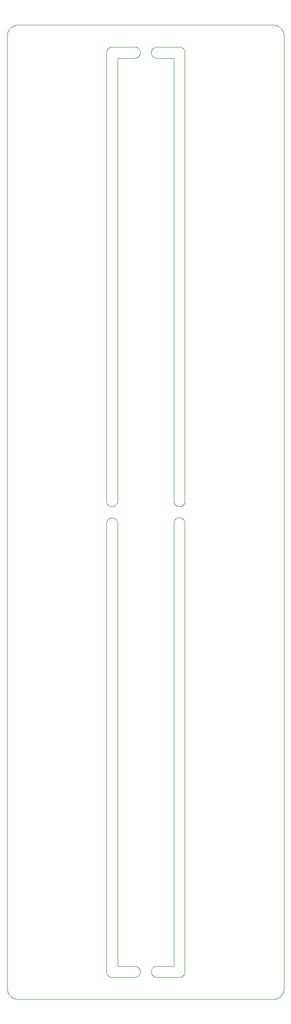
<source format=gm1>
G04 #@! TF.GenerationSoftware,KiCad,Pcbnew,(6.0.6)*
G04 #@! TF.CreationDate,2023-03-02T22:16:17-07:00*
G04 #@! TF.ProjectId,RP2040-Breadstick,52503230-3430-42d4-9272-656164737469,0.1*
G04 #@! TF.SameCoordinates,Original*
G04 #@! TF.FileFunction,Profile,NP*
%FSLAX46Y46*%
G04 Gerber Fmt 4.6, Leading zero omitted, Abs format (unit mm)*
G04 Created by KiCad (PCBNEW (6.0.6)) date 2023-03-02 22:16:17*
%MOMM*%
%LPD*%
G01*
G04 APERTURE LIST*
G04 #@! TA.AperFunction,Profile*
%ADD10C,0.100000*%
G04 #@! TD*
G04 APERTURE END LIST*
D10*
X64100000Y-193817727D02*
X64100003Y-193817972D01*
X87576681Y-24116900D02*
X87618960Y-24140851D01*
X114061320Y-194219880D02*
X114063332Y-194208283D01*
X83453278Y-109010053D02*
X83496681Y-109031900D01*
X113053319Y-195587533D02*
X113200614Y-195499248D01*
X87109877Y-189830000D02*
X87158576Y-189831195D01*
X95779740Y-109109826D02*
X95818047Y-109139721D01*
X96169281Y-190985262D02*
X96160974Y-191033138D01*
X90461952Y-24224721D02*
X90500259Y-24194826D01*
X95955278Y-24361952D02*
X95985173Y-24400259D01*
X96122125Y-106258519D02*
X96104637Y-106303855D01*
X83363519Y-108972874D02*
X83408855Y-108990362D01*
X94179870Y-26008830D02*
X94179798Y-26008344D01*
X95335262Y-106904281D02*
X95287036Y-106910229D01*
X90356460Y-190155158D02*
X90389966Y-190119966D01*
X82115053Y-191263278D02*
X82095362Y-191218855D01*
X113645941Y-195098403D02*
X113653182Y-195089124D01*
X84032027Y-189829996D02*
X84032272Y-189830000D01*
X90100000Y-190839877D02*
X90100000Y-190820122D01*
X82961423Y-106913804D02*
X82912963Y-106910229D01*
X64336541Y-21057133D02*
X64336310Y-21057566D01*
X94436460Y-109240158D02*
X94469966Y-109204966D01*
X114100000Y-193817727D02*
X114100000Y-22012272D01*
X113200822Y-20330880D02*
X113200614Y-20330751D01*
X95170122Y-108915000D02*
X95189877Y-108915000D01*
X87443519Y-189887874D02*
X87488855Y-189905362D01*
X65519753Y-195743660D02*
X65531097Y-195746800D01*
X87397380Y-24042631D02*
X87443519Y-24057874D01*
X95287036Y-191825229D02*
X95238576Y-191828804D01*
X94222631Y-106212380D02*
X94209671Y-106165549D01*
X112865477Y-195677384D02*
X112876237Y-195672614D01*
X113220997Y-195485628D02*
X113358929Y-195383331D01*
X113653182Y-20740875D02*
X113645941Y-20731596D01*
X82769450Y-108944671D02*
X82816861Y-108934025D01*
X113200614Y-20330751D02*
X113053319Y-20242466D01*
X90266847Y-24439987D02*
X90294826Y-24400259D01*
X90539987Y-25833152D02*
X90500259Y-25805173D01*
X90756480Y-191772125D02*
X90711144Y-191754637D01*
X94172612Y-26000416D02*
X94172136Y-26000297D01*
X94619987Y-109081847D02*
X94661039Y-109055851D01*
X94181195Y-109856423D02*
X94184770Y-109807963D01*
X114013660Y-21419753D02*
X114013518Y-21419284D01*
X64562220Y-20722120D02*
X64562058Y-20722303D01*
X64141354Y-21598153D02*
X64138775Y-21609638D01*
X83078576Y-106913804D02*
X83029877Y-106915000D01*
X94180000Y-109905122D02*
X94181195Y-109856423D01*
X90110718Y-190674737D02*
X90119025Y-190626861D01*
X112502085Y-20041411D02*
X112501846Y-20041354D01*
X66112027Y-20000003D02*
X66087987Y-20000593D01*
X82864737Y-24010718D02*
X82912963Y-24004770D01*
X96150328Y-106165549D02*
X96137368Y-106212380D01*
X112853811Y-195681893D02*
X112854041Y-195681808D01*
X65531097Y-20083199D02*
X65519753Y-20086339D01*
X83990328Y-106165549D02*
X83977368Y-106212380D01*
X64111431Y-194038173D02*
X64136628Y-194208041D01*
X83175262Y-108925718D02*
X83223138Y-108934025D01*
X82722619Y-106872368D02*
X82676480Y-106857125D01*
X82722619Y-191787368D02*
X82676480Y-191772125D01*
X82062631Y-24702619D02*
X82077874Y-24656480D01*
X113942614Y-194606237D02*
X113947384Y-194595477D01*
X113863689Y-194772433D02*
X113868982Y-194761919D01*
X94199025Y-109711861D02*
X94209671Y-109664450D01*
X90666721Y-189925053D02*
X90711144Y-189905362D01*
X95523519Y-106857125D02*
X95477380Y-106872368D01*
X84023522Y-26002482D02*
X84023159Y-26002811D01*
X87699740Y-25805173D02*
X87660012Y-25833152D01*
X94836480Y-106857125D02*
X94791144Y-106839637D01*
X84028344Y-189829798D02*
X84028830Y-189829870D01*
X112283776Y-20009028D02*
X112112257Y-20000602D01*
X91090122Y-26000000D02*
X91041423Y-25998804D01*
X96160974Y-191033138D02*
X96150328Y-191080549D01*
X83795278Y-109276952D02*
X83825173Y-109315259D01*
X82136900Y-109438318D02*
X82160851Y-109396039D01*
X91090122Y-191830000D02*
X91041423Y-191828804D01*
X94320851Y-106433960D02*
X94296900Y-106391681D01*
X83010122Y-106915000D02*
X82961423Y-106913804D01*
X65698153Y-20041354D02*
X65697914Y-20041411D01*
X95335262Y-191819281D02*
X95287036Y-191825229D01*
X113522288Y-20594699D02*
X113514171Y-20586175D01*
X113377696Y-195367941D02*
X113377879Y-195367779D01*
X90389966Y-24289966D02*
X90425158Y-24256460D01*
X65709638Y-195791224D02*
X65710119Y-195791320D01*
X64190173Y-194421892D02*
X64190253Y-194422124D01*
X64430751Y-20899385D02*
X64342466Y-21046680D01*
X88057368Y-190532619D02*
X88070328Y-190579450D01*
X65323762Y-20157385D02*
X65323538Y-20157488D01*
X83944637Y-106303855D02*
X83924946Y-106348278D01*
X65346188Y-195681893D02*
X65507875Y-195739746D01*
X94179798Y-189821655D02*
X94179870Y-189821169D01*
X84020201Y-26008344D02*
X84020129Y-26008830D01*
X87488855Y-25924637D02*
X87443519Y-25942125D01*
X95854841Y-191573539D02*
X95818047Y-191605278D01*
X82136900Y-191306681D02*
X82115053Y-191263278D01*
X94177829Y-26003902D02*
X94177517Y-26003522D01*
X94746721Y-109010053D02*
X94791144Y-108990362D01*
X64331017Y-21068080D02*
X64330910Y-21068300D01*
X113042866Y-20236541D02*
X113042433Y-20236310D01*
X90425158Y-25743539D02*
X90389966Y-25710033D01*
X65916223Y-195820971D02*
X66087742Y-195829397D01*
X82039025Y-24796861D02*
X82049671Y-24749450D01*
X84023159Y-26002811D02*
X84022811Y-26003159D01*
X90157874Y-191173519D02*
X90142631Y-191127380D01*
X82961423Y-24001195D02*
X83010122Y-24000000D01*
X82062631Y-191127380D02*
X82049671Y-191080549D01*
X87303138Y-24019025D02*
X87350549Y-24029671D01*
X82961423Y-108916195D02*
X83010122Y-108915000D01*
X96175229Y-190937036D02*
X96169281Y-190985262D01*
X64694879Y-20577544D02*
X64694699Y-20577711D01*
X65507875Y-20090253D02*
X65346188Y-20148106D01*
X64694879Y-195252455D02*
X64822120Y-195367779D01*
X84024296Y-189828121D02*
X84024704Y-189828394D01*
X90100000Y-24990122D02*
X90101195Y-24941423D01*
X64989232Y-20337177D02*
X64988824Y-20337450D01*
X113645941Y-20731596D02*
X113645630Y-20731216D01*
X88100000Y-24990122D02*
X88100000Y-25009877D01*
X64186339Y-21419753D02*
X64183199Y-21431097D01*
X94178646Y-26005125D02*
X94178394Y-26004704D01*
X95430549Y-191800328D02*
X95383138Y-191810974D01*
X113031699Y-20230910D02*
X112876461Y-20157488D01*
X87397380Y-189872631D02*
X87443519Y-189887874D01*
X94179996Y-26012027D02*
X94179942Y-26009809D01*
X96180000Y-24990122D02*
X96180000Y-105924877D01*
X94174441Y-26001122D02*
X94173997Y-26000912D01*
X64562058Y-195107696D02*
X64562220Y-195107879D01*
X95238576Y-106913804D02*
X95189877Y-106915000D01*
X64138775Y-21609638D02*
X64138679Y-21610119D01*
X112680246Y-195743660D02*
X112680715Y-195743518D01*
X90294826Y-24400259D02*
X90324721Y-24361952D01*
X114063332Y-21621716D02*
X114061320Y-21610119D01*
X114090971Y-194013776D02*
X114099397Y-193842257D01*
X82309966Y-109204966D02*
X82345158Y-109171460D01*
X87109877Y-191830000D02*
X83010122Y-191830000D01*
X84025558Y-189828877D02*
X84026002Y-189829087D01*
X87533278Y-24095053D02*
X87576681Y-24116900D01*
X90324721Y-191468047D02*
X90294826Y-191429740D01*
X87303138Y-25980974D02*
X87255262Y-25989281D01*
X112478283Y-195793332D02*
X112489880Y-195791320D01*
X88070328Y-24749450D02*
X88080974Y-24796861D01*
X64257385Y-194606237D02*
X64257488Y-194606461D01*
X94296900Y-109438318D02*
X94320851Y-109396039D01*
X113220798Y-195485772D02*
X113220997Y-195485628D01*
X88057368Y-24702619D02*
X88070328Y-24749450D01*
X64109909Y-21804239D02*
X64109043Y-21815978D01*
X95955278Y-106553047D02*
X95923539Y-106589841D01*
X64840875Y-195383182D02*
X64841070Y-195383331D01*
X90195053Y-25433278D02*
X90175362Y-25388855D01*
X114013518Y-21419284D02*
X114009826Y-21408107D01*
X64100593Y-21987987D02*
X64100003Y-22012027D01*
X84022811Y-26003159D02*
X84022482Y-26003522D01*
X90119025Y-190626861D02*
X90129671Y-190579450D01*
X84020297Y-189822136D02*
X84020416Y-189822612D01*
X88080974Y-190626861D02*
X88089281Y-190674737D01*
X64822120Y-195367779D02*
X64822303Y-195367941D01*
X95383138Y-108934025D02*
X95430549Y-108944671D01*
X90101195Y-24941423D02*
X90104770Y-24892963D01*
X88080974Y-191033138D02*
X88070328Y-191080549D01*
X112501846Y-20041354D02*
X112490361Y-20038775D01*
X94199025Y-106118138D02*
X94190718Y-106070262D01*
X64694699Y-20577711D02*
X64686175Y-20585828D01*
X84023522Y-189827517D02*
X84023902Y-189827829D01*
X95613278Y-191734946D02*
X95568855Y-191754637D01*
X66087987Y-195829406D02*
X66112027Y-195829996D01*
X83730033Y-106625033D02*
X83694841Y-106658539D01*
X94580259Y-109109826D02*
X94619987Y-109081847D01*
X95335262Y-24010718D02*
X95383138Y-24019025D01*
X65157133Y-20236541D02*
X65146892Y-20242343D01*
X82501039Y-191689148D02*
X82459987Y-191663152D01*
X64111398Y-194037930D02*
X64111431Y-194038173D01*
X114090971Y-21816223D02*
X114090956Y-21815978D01*
X64562220Y-195107879D02*
X64677544Y-195235120D01*
X64444227Y-194950798D02*
X64444371Y-194950997D01*
X82912963Y-191825229D02*
X82864737Y-191819281D01*
X94619987Y-106748152D02*
X94580259Y-106720173D01*
X64248106Y-194583811D02*
X64248191Y-194584041D01*
X87443519Y-25942125D02*
X87397380Y-25957368D01*
X82244721Y-24361952D02*
X82276460Y-24325158D01*
X95698960Y-106774148D02*
X95656681Y-106798099D01*
X84020057Y-26009809D02*
X84020003Y-26012027D01*
X112478283Y-20036667D02*
X112478041Y-20036628D01*
X94176097Y-26002170D02*
X94175703Y-26001878D01*
X114090956Y-21815978D02*
X114090090Y-21804239D01*
X65709638Y-20038775D02*
X65698153Y-20041354D01*
X94180000Y-189817727D02*
X94180000Y-109905122D01*
X84009281Y-109759737D02*
X84015229Y-109807963D01*
X82030718Y-109759737D02*
X82039025Y-109711861D01*
X88098804Y-190888576D02*
X88095229Y-190937036D01*
X90142631Y-24702619D02*
X90157874Y-24656480D01*
X83580012Y-106748152D02*
X83538960Y-106774148D01*
X94179702Y-189822136D02*
X94179798Y-189821655D01*
X82049671Y-191080549D02*
X82039025Y-191033138D01*
X88024637Y-191218855D02*
X88004946Y-191263278D01*
X96180000Y-105924877D02*
X96178804Y-105973576D01*
X87488855Y-191754637D02*
X87443519Y-191772125D01*
X88098804Y-25058576D02*
X88095229Y-25107036D01*
X65710119Y-20038679D02*
X65709638Y-20038775D01*
X82631144Y-108990362D02*
X82676480Y-108972874D01*
X87443519Y-191772125D02*
X87397380Y-191787368D01*
X87618960Y-191689148D02*
X87576681Y-191713099D01*
X95698960Y-109055851D02*
X95740012Y-109081847D01*
X64183137Y-21431335D02*
X64141411Y-21597914D01*
X82039025Y-106118138D02*
X82030718Y-106070262D01*
X87303138Y-191810974D02*
X87255262Y-191819281D01*
X94176477Y-26002482D02*
X94176097Y-26002170D01*
X87533278Y-25904946D02*
X87488855Y-25924637D01*
X88080974Y-25203138D02*
X88070328Y-25250549D01*
X113863689Y-21057566D02*
X113863458Y-21057133D01*
X84021878Y-26004296D02*
X84021605Y-26004704D01*
X84029809Y-189829942D02*
X84032027Y-189829996D01*
X94190718Y-109759737D02*
X94199025Y-109711861D01*
X112490361Y-195791224D02*
X112501846Y-195788645D01*
X84032272Y-189830000D02*
X87109877Y-189830000D01*
X84027387Y-26000416D02*
X84026917Y-26000559D01*
X112876237Y-195672614D02*
X112876461Y-195672511D01*
X112087972Y-20000003D02*
X112087727Y-20000000D01*
X90119025Y-25203138D02*
X90110718Y-25155262D01*
X90240851Y-190311039D02*
X90266847Y-190269987D01*
X112295760Y-20009909D02*
X112284021Y-20009043D01*
X87774841Y-24256460D02*
X87810033Y-24289966D01*
X65698153Y-195788645D02*
X65709638Y-195791224D01*
X87255262Y-191819281D02*
X87207036Y-191825229D01*
X64840875Y-20446817D02*
X64831596Y-20454058D01*
X96063099Y-24523318D02*
X96084946Y-24566721D01*
X65697914Y-195788588D02*
X65698153Y-195788645D01*
X82024770Y-106022036D02*
X82021195Y-105973576D01*
X64190173Y-21408107D02*
X64186481Y-21419284D01*
X84020201Y-189821655D02*
X84020297Y-189822136D01*
X90104770Y-24892963D02*
X90110718Y-24844737D01*
X64979201Y-195485772D02*
X64988824Y-195492549D01*
X64677544Y-195235120D02*
X64677711Y-195235300D01*
X88095229Y-190722963D02*
X88098804Y-190771423D01*
X113769119Y-20899177D02*
X113762822Y-20889232D01*
X66112272Y-20000000D02*
X66112027Y-20000003D01*
X65891826Y-20011431D02*
X65721958Y-20036628D01*
X64841070Y-20446668D02*
X64840875Y-20446817D01*
X84022482Y-26003522D02*
X84022170Y-26003902D01*
X87959148Y-24481039D02*
X87983099Y-24523318D01*
X83029877Y-108915000D02*
X83078576Y-108916195D01*
X83580012Y-109081847D02*
X83619740Y-109109826D01*
X96180000Y-190839877D02*
X96178804Y-190888576D01*
X88004946Y-190396721D02*
X88024637Y-190441144D01*
X90101195Y-190771423D02*
X90104770Y-190722963D01*
X95568855Y-24075362D02*
X95613278Y-24095053D01*
X87660012Y-24166847D02*
X87699740Y-24194826D01*
X84020057Y-189820190D02*
X84020081Y-189820681D01*
X94178877Y-189824441D02*
X94179087Y-189823997D01*
X64831216Y-195375630D02*
X64831596Y-195375941D01*
X87843539Y-24325158D02*
X87875278Y-24361952D01*
X90119025Y-24796861D02*
X90129671Y-24749450D01*
X112478041Y-195793371D02*
X112478283Y-195793332D01*
X90240851Y-24481039D02*
X90266847Y-24439987D01*
X82030718Y-24844737D02*
X82039025Y-24796861D01*
X95923539Y-106589841D02*
X95890033Y-106625033D01*
X83408855Y-108990362D02*
X83453278Y-109010053D01*
X113653182Y-195089124D02*
X113653331Y-195088929D01*
X113358929Y-195383331D02*
X113359124Y-195383182D01*
X112489880Y-195791320D02*
X112490361Y-195791224D01*
X82276460Y-24325158D02*
X82309966Y-24289966D01*
X82631144Y-24075362D02*
X82676480Y-24057874D01*
X82095362Y-106303855D02*
X82077874Y-106258519D01*
X82345158Y-109171460D02*
X82381952Y-109139721D01*
X112284021Y-195820956D02*
X112295760Y-195820090D01*
X90896861Y-25980974D02*
X90849450Y-25970328D01*
X87350549Y-25970328D02*
X87303138Y-25980974D01*
X82816861Y-108934025D02*
X82864737Y-108925718D01*
X90240851Y-25518960D02*
X90216900Y-25476681D01*
X82214826Y-106514740D02*
X82186847Y-106475012D01*
X90425158Y-24256460D02*
X90461952Y-24224721D01*
X84029809Y-26000057D02*
X84029318Y-26000081D01*
X82816861Y-106895974D02*
X82769450Y-106885328D01*
X113947384Y-21234522D02*
X113942614Y-21223762D01*
X114016800Y-21431097D02*
X114013660Y-21419753D01*
X87875278Y-24361952D02*
X87905173Y-24400259D01*
X65168300Y-20230910D02*
X65168080Y-20231017D01*
X113522288Y-195235300D02*
X113522455Y-195235120D01*
X95698960Y-191689148D02*
X95656681Y-191713099D01*
X94170681Y-26000081D02*
X94170190Y-26000057D01*
X65508107Y-195739826D02*
X65519284Y-195743518D01*
X84021605Y-189825295D02*
X84021878Y-189825703D01*
X87109877Y-26000000D02*
X84032272Y-26000000D01*
X87397380Y-191787368D02*
X87350549Y-191800328D01*
X114009746Y-194422124D02*
X114009826Y-194421892D01*
X83010122Y-191830000D02*
X83010122Y-191830000D01*
X88057368Y-191127380D02*
X88042125Y-191173519D01*
X95985173Y-106514740D02*
X95955278Y-106553047D01*
X94791144Y-108990362D02*
X94836480Y-108972874D01*
X64100593Y-193842012D02*
X64100602Y-193842257D01*
X64330910Y-194761699D02*
X64331017Y-194761919D01*
X113377879Y-195367779D02*
X113505120Y-195252455D01*
X90756480Y-189887874D02*
X90802619Y-189872631D01*
X94170190Y-189829942D02*
X94170190Y-189829942D01*
X87905173Y-190230259D02*
X87933152Y-190269987D01*
X83730033Y-109204966D02*
X83763539Y-109240158D01*
X112865477Y-20152615D02*
X112865023Y-20152428D01*
X84021122Y-26005558D02*
X84020912Y-26006002D01*
X64136667Y-21621716D02*
X64136628Y-21621958D01*
X113942511Y-21223538D02*
X113869089Y-21068300D01*
X83903099Y-106391681D02*
X83879148Y-106433960D01*
X88089281Y-190674737D02*
X88095229Y-190722963D01*
X65721716Y-195793332D02*
X65721958Y-195793371D01*
X65345958Y-20148191D02*
X65334976Y-20152428D01*
X90104770Y-190937036D02*
X90101195Y-190888576D01*
X84000974Y-109711861D02*
X84009281Y-109759737D01*
X65904239Y-20009909D02*
X65903751Y-20009957D01*
X64136628Y-194208041D02*
X64136667Y-194208283D01*
X90581039Y-191689148D02*
X90539987Y-191663152D01*
X84026455Y-189829275D02*
X84026917Y-189829440D01*
X94541952Y-109139721D02*
X94580259Y-109109826D01*
X112668664Y-195746862D02*
X112668902Y-195746800D01*
X83270549Y-106885328D02*
X83223138Y-106895974D01*
X112691892Y-195739826D02*
X112692124Y-195739746D01*
X87533278Y-191734946D02*
X87488855Y-191754637D01*
X90104770Y-190722963D02*
X90110718Y-190674737D01*
X88098804Y-24941423D02*
X88100000Y-24990122D01*
X95170122Y-106915000D02*
X95121423Y-106913804D01*
X82160851Y-106433960D02*
X82136900Y-106391681D01*
X91041423Y-24001195D02*
X91090122Y-24000000D01*
X82115053Y-24566721D02*
X82136900Y-24523318D01*
X87843539Y-190155158D02*
X87875278Y-190191952D01*
X64988824Y-195492549D02*
X64989232Y-195492822D01*
X94469966Y-106625033D02*
X94436460Y-106589841D01*
X65157566Y-195593689D02*
X65168080Y-195598982D01*
X87699740Y-24194826D02*
X87738047Y-24224721D01*
X113211175Y-20337450D02*
X113210767Y-20337177D01*
X64109028Y-21816223D02*
X64100602Y-21987742D01*
X90896861Y-191810974D02*
X90849450Y-191800328D01*
X87350549Y-189859671D02*
X87397380Y-189872631D01*
X84021353Y-26005125D02*
X84021122Y-26005558D01*
X96178804Y-190888576D02*
X96175229Y-190937036D01*
X90425158Y-190086460D02*
X90461952Y-190054721D01*
X113505120Y-20577544D02*
X113377879Y-20462220D01*
X90175362Y-190441144D02*
X90195053Y-190396721D01*
X82077874Y-191173519D02*
X82062631Y-191127380D01*
X94176477Y-189827517D02*
X94176840Y-189827188D01*
X90992963Y-191825229D02*
X90944737Y-191819281D01*
X82186847Y-109354987D02*
X82214826Y-109315259D01*
X96160974Y-109711861D02*
X96169281Y-109759737D01*
X90425158Y-191573539D02*
X90389966Y-191540033D01*
X94976861Y-108934025D02*
X95024737Y-108925718D01*
X113505300Y-195252288D02*
X113513824Y-195244171D01*
X84020559Y-26006917D02*
X84020416Y-26007387D01*
X64437177Y-20889232D02*
X64430880Y-20899177D01*
X64999177Y-195499119D02*
X64999385Y-195499248D01*
X82160851Y-191348960D02*
X82136900Y-191306681D01*
X94929450Y-106885328D02*
X94882619Y-106872368D01*
X90101195Y-190888576D02*
X90100000Y-190839877D01*
X64138679Y-194219880D02*
X64138775Y-194220361D01*
X82276460Y-109240158D02*
X82309966Y-109204966D01*
X64330910Y-21068300D02*
X64257488Y-21223538D01*
X114063332Y-194208283D02*
X114063371Y-194208041D01*
X95568855Y-108990362D02*
X95613278Y-109010053D01*
X84026917Y-26000559D02*
X84026455Y-26000724D01*
X94469966Y-109204966D02*
X94505158Y-109171460D01*
X95430549Y-108944671D02*
X95477380Y-108957631D01*
X95287036Y-24004770D02*
X95335262Y-24010718D01*
X94176097Y-189827829D02*
X94176477Y-189827517D01*
X94173544Y-189829275D02*
X94173997Y-189829087D01*
X113522455Y-20594879D02*
X113522288Y-20594699D01*
X113637941Y-20722303D02*
X113637779Y-20722120D01*
X94176840Y-26002811D02*
X94176477Y-26002482D01*
X88024637Y-25388855D02*
X88004946Y-25433278D01*
X113942511Y-194606461D02*
X113942614Y-194606237D01*
X90240851Y-191348960D02*
X90216900Y-191306681D01*
X113513824Y-20585828D02*
X113505300Y-20577711D01*
X96178804Y-109856423D02*
X96180000Y-109905122D01*
X88004946Y-25433278D02*
X87983099Y-25476681D01*
X84027863Y-189829702D02*
X84028344Y-189829798D01*
X82864737Y-191819281D02*
X82816861Y-191810974D01*
X90195053Y-24566721D02*
X90216900Y-24523318D01*
X96169281Y-106070262D02*
X96160974Y-106118138D01*
X83879148Y-109396039D02*
X83903099Y-109438318D01*
X94237874Y-109571480D02*
X94255362Y-109526144D01*
X82501039Y-24140851D02*
X82543318Y-24116900D01*
X88100000Y-190820122D02*
X88100000Y-190839877D01*
X82676480Y-108972874D02*
X82722619Y-108957631D01*
X82586721Y-24095053D02*
X82631144Y-24075362D01*
X87875278Y-25638047D02*
X87843539Y-25674841D01*
X64822303Y-195367941D02*
X64831216Y-195375630D01*
X94882619Y-108957631D02*
X94929450Y-108944671D01*
X90539987Y-24166847D02*
X90581039Y-24140851D01*
X87738047Y-190054721D02*
X87774841Y-190086460D01*
X64686175Y-20585828D02*
X64685828Y-20586175D01*
X90461952Y-25775278D02*
X90425158Y-25743539D01*
X95779740Y-191635173D02*
X95740012Y-191663152D01*
X112865023Y-20152428D02*
X112854041Y-20148191D01*
X113762822Y-20889232D02*
X113762549Y-20888824D01*
X65345958Y-195681808D02*
X65346188Y-195681893D01*
X83977368Y-109617619D02*
X83990328Y-109664450D01*
X83127036Y-106910229D02*
X83078576Y-106913804D01*
X94176840Y-189827188D02*
X94177188Y-189826840D01*
X65531097Y-195746800D02*
X65531335Y-195746862D01*
X65146680Y-20242466D02*
X64999385Y-20330751D01*
X114063371Y-21621958D02*
X114063332Y-21621716D01*
X64546668Y-20741070D02*
X64444371Y-20879002D01*
X82816861Y-24019025D02*
X82864737Y-24010718D01*
X90142631Y-191127380D02*
X90129671Y-191080549D01*
X95985173Y-24400259D02*
X96013152Y-24439987D01*
X82631144Y-191754637D02*
X82586721Y-191734946D01*
X90324721Y-24361952D02*
X90356460Y-24325158D01*
X113031919Y-20231017D02*
X113031699Y-20230910D01*
X112284021Y-20009043D02*
X112283776Y-20009028D01*
X84022170Y-189826097D02*
X84022482Y-189826477D01*
X82864737Y-108925718D02*
X82912963Y-108919770D01*
X114100000Y-22012272D02*
X114099996Y-22012027D01*
X65721716Y-20036667D02*
X65710119Y-20038679D01*
X87576681Y-191713099D02*
X87533278Y-191734946D01*
X83538960Y-106774148D02*
X83496681Y-106798099D01*
X84025125Y-26001353D02*
X84024704Y-26001605D01*
X94209671Y-106165549D02*
X94199025Y-106118138D01*
X83825173Y-109315259D02*
X83853152Y-109354987D01*
X64109909Y-194025760D02*
X64109957Y-194026248D01*
X95238576Y-108916195D02*
X95287036Y-108919770D01*
X96160974Y-106118138D02*
X96150328Y-106165549D01*
X96137368Y-191127380D02*
X96122125Y-191173519D01*
X95477380Y-106872368D02*
X95430549Y-106885328D01*
X95656681Y-106798099D02*
X95613278Y-106819946D01*
X90195053Y-190396721D02*
X90216900Y-190353318D01*
X83453278Y-106819946D02*
X83408855Y-106839637D01*
X94177188Y-189826840D02*
X94177517Y-189826477D01*
X64437450Y-20888824D02*
X64437177Y-20889232D01*
X91041423Y-191828804D02*
X90992963Y-191825229D01*
X113211175Y-195492549D02*
X113220798Y-195485772D01*
X65891826Y-195818568D02*
X65892069Y-195818601D01*
X95985173Y-191429740D02*
X95955278Y-191468047D01*
X84020003Y-26012027D02*
X84020000Y-26012272D01*
X82020000Y-24990122D02*
X82021195Y-24941423D01*
X65323762Y-195672614D02*
X65334522Y-195677384D01*
X83962125Y-106258519D02*
X83944637Y-106303855D01*
X113377696Y-20462058D02*
X113368783Y-20454369D01*
X87618960Y-189970851D02*
X87660012Y-189996847D01*
X64444371Y-194950997D02*
X64546668Y-195088929D01*
X65710119Y-195791320D02*
X65721716Y-195793332D01*
X64100602Y-193842257D02*
X64109028Y-194013776D01*
X94836480Y-108972874D02*
X94882619Y-108957631D01*
X90294826Y-190230259D02*
X90324721Y-190191952D01*
X94505158Y-106658539D02*
X94469966Y-106625033D01*
X96122125Y-109571480D02*
X96137368Y-109617619D01*
X114009746Y-21407875D02*
X113951893Y-21246188D01*
X113951893Y-194583811D02*
X114009746Y-194422124D01*
X90666721Y-191734946D02*
X90623318Y-191713099D01*
X90500259Y-24194826D02*
X90539987Y-24166847D01*
X64183137Y-194398664D02*
X64183199Y-194398902D01*
X65168080Y-20231017D02*
X65157566Y-20236310D01*
X84021878Y-189825703D02*
X84022170Y-189826097D01*
X114090090Y-194025760D02*
X114090956Y-194014021D01*
X90461952Y-190054721D02*
X90500259Y-190024826D01*
X94174874Y-189828646D02*
X94175295Y-189828394D01*
X113755772Y-194950798D02*
X113762549Y-194941175D01*
X87933152Y-24439987D02*
X87959148Y-24481039D01*
X94179702Y-26007863D02*
X94179583Y-26007387D01*
X84023902Y-189827829D02*
X84024296Y-189828121D01*
X82769450Y-24029671D02*
X82816861Y-24019025D01*
X87255262Y-24010718D02*
X87303138Y-24019025D01*
X90500259Y-25805173D02*
X90461952Y-25775278D01*
X87843539Y-191504841D02*
X87810033Y-191540033D01*
X64257488Y-21223538D02*
X64257385Y-21223762D01*
X94172136Y-26000297D02*
X94171655Y-26000201D01*
X84026002Y-26000912D02*
X84025558Y-26001122D01*
X64190253Y-21407875D02*
X64190173Y-21408107D01*
X90802619Y-189872631D02*
X90849450Y-189859671D01*
X83619740Y-106720173D02*
X83580012Y-106748152D01*
X94179918Y-26009318D02*
X94179870Y-26008830D01*
X65903751Y-195820042D02*
X65904239Y-195820090D01*
X87810033Y-25710033D02*
X87774841Y-25743539D01*
X114061224Y-21609638D02*
X114058645Y-21598153D01*
X87774841Y-25743539D02*
X87738047Y-25775278D01*
X114088601Y-194037930D02*
X114090042Y-194026248D01*
X96169281Y-109759737D02*
X96175229Y-109807963D01*
X82095362Y-24611144D02*
X82115053Y-24566721D01*
X82345158Y-191573539D02*
X82309966Y-191540033D01*
X112854041Y-20148191D02*
X112853811Y-20148106D01*
X87660012Y-191663152D02*
X87618960Y-191689148D01*
X87350549Y-191800328D02*
X87303138Y-191810974D01*
X88042125Y-25343519D02*
X88024637Y-25388855D01*
X90129671Y-25250549D02*
X90119025Y-25203138D01*
X90849450Y-191800328D02*
X90802619Y-191787368D01*
X87875278Y-190191952D02*
X87905173Y-190230259D01*
X112680715Y-20086481D02*
X112680246Y-20086339D01*
X95335262Y-108925718D02*
X95383138Y-108934025D01*
X82095362Y-109526144D02*
X82115053Y-109481721D01*
X87660012Y-25833152D02*
X87618960Y-25859148D01*
X90142631Y-25297380D02*
X90129671Y-25250549D01*
X95698960Y-24140851D02*
X95740012Y-24166847D01*
X90157874Y-24656480D02*
X90175362Y-24611144D01*
X83619740Y-109109826D02*
X83658047Y-109139721D01*
X113857656Y-194783107D02*
X113863458Y-194772866D01*
X113359124Y-20446817D02*
X113358929Y-20446668D01*
X112668902Y-195746800D02*
X112680246Y-195743660D01*
X83223138Y-108934025D02*
X83270549Y-108944671D01*
X82095362Y-191218855D02*
X82077874Y-191173519D01*
X94178394Y-189825295D02*
X94178646Y-189824874D01*
X94177517Y-189826477D02*
X94177829Y-189826097D01*
X95287036Y-108919770D02*
X95335262Y-108925718D01*
X82020000Y-190839877D02*
X82020000Y-109905122D01*
X87255262Y-189840718D02*
X87303138Y-189849025D01*
X94179275Y-189823544D02*
X94179440Y-189823082D01*
X83763539Y-109240158D02*
X83795278Y-109276952D01*
X113653331Y-195088929D02*
X113755628Y-194950997D01*
X94976861Y-106895974D02*
X94929450Y-106885328D01*
X94190718Y-106070262D02*
X94184770Y-106022036D01*
X113769248Y-194930614D02*
X113857533Y-194783319D01*
X94179087Y-189823997D02*
X94179275Y-189823544D01*
X82381952Y-109139721D02*
X82420259Y-109109826D01*
X87933152Y-25560012D02*
X87905173Y-25599740D01*
X87983099Y-190353318D02*
X88004946Y-190396721D01*
X84029318Y-26000081D02*
X84028830Y-26000129D01*
X96178804Y-24941423D02*
X96180000Y-24990122D01*
X82160851Y-109396039D02*
X82186847Y-109354987D01*
X96013152Y-191390012D02*
X95985173Y-191429740D01*
X65519284Y-20086481D02*
X65508107Y-20090173D01*
X95121423Y-108916195D02*
X95170122Y-108915000D01*
X64109043Y-194014021D02*
X64109909Y-194025760D01*
X84026455Y-26000724D02*
X84026002Y-26000912D01*
X82381952Y-191605278D02*
X82345158Y-191573539D01*
X113200614Y-195499248D02*
X113200822Y-195499119D01*
X94661039Y-109055851D02*
X94703318Y-109031900D01*
X90666721Y-24095053D02*
X90711144Y-24075362D01*
X112853811Y-20148106D02*
X112692124Y-20090253D01*
X96084946Y-191263278D02*
X96063099Y-191306681D01*
X64336310Y-194772433D02*
X64336541Y-194772866D01*
X64342343Y-21046892D02*
X64336541Y-21057133D01*
X113857656Y-21046892D02*
X113857533Y-21046680D01*
X113505300Y-20577711D02*
X113505120Y-20577544D01*
X90711144Y-189905362D02*
X90756480Y-189887874D01*
X95523519Y-24057874D02*
X95568855Y-24075362D01*
X114099397Y-193842257D02*
X114099406Y-193842012D01*
X82136900Y-24523318D02*
X82160851Y-24481039D01*
X83538960Y-109055851D02*
X83580012Y-109081847D01*
X82912963Y-106910229D02*
X82864737Y-106904281D01*
X83363519Y-106857125D02*
X83317380Y-106872368D01*
X94180000Y-105924877D02*
X94180000Y-26012272D01*
X94175295Y-189828394D02*
X94175703Y-189828121D01*
X112087972Y-195829996D02*
X112112012Y-195829406D01*
X94178121Y-189825703D02*
X94178394Y-189825295D01*
X84026002Y-189829087D02*
X84026455Y-189829275D01*
X82459987Y-191663152D02*
X82420259Y-191635173D01*
X82586721Y-106819946D02*
X82543318Y-106798099D01*
X82420259Y-24194826D02*
X82459987Y-24166847D01*
X65531335Y-195746862D02*
X65697914Y-195788588D01*
X88042125Y-191173519D02*
X88024637Y-191218855D01*
X82077874Y-106258519D02*
X82062631Y-106212380D01*
X82214826Y-24400259D02*
X82244721Y-24361952D01*
X113053319Y-20242466D02*
X113053107Y-20242343D01*
X96104637Y-24611144D02*
X96122125Y-24656480D01*
X94173082Y-26000559D02*
X94172612Y-26000416D01*
X112489880Y-20038679D02*
X112478283Y-20036667D01*
X94171169Y-26000129D02*
X94170681Y-26000081D01*
X112692124Y-195739746D02*
X112853811Y-195681893D01*
X64999385Y-20330751D02*
X64999177Y-20330880D01*
X88004946Y-24566721D02*
X88024637Y-24611144D01*
X114016800Y-194398902D02*
X114016862Y-194398664D01*
X82136900Y-106391681D02*
X82115053Y-106348278D01*
X113031919Y-195598982D02*
X113042433Y-195593689D01*
X82459987Y-24166847D02*
X82501039Y-24140851D01*
X88070328Y-191080549D02*
X88057368Y-191127380D01*
X84026917Y-189829440D02*
X84027387Y-189829583D01*
X113947571Y-21234976D02*
X113947384Y-21234522D01*
X82020000Y-109905122D02*
X82021195Y-109856423D01*
X64109043Y-21815978D02*
X64109028Y-21816223D01*
X94255362Y-106303855D02*
X94237874Y-106258519D01*
X88024637Y-24611144D02*
X88042125Y-24656480D01*
X65721958Y-20036628D02*
X65721716Y-20036667D01*
X95568855Y-106839637D02*
X95523519Y-106857125D01*
X90623318Y-189946900D02*
X90666721Y-189925053D01*
X64554058Y-20731596D02*
X64546817Y-20740875D01*
X114058645Y-21598153D02*
X114058588Y-21597914D01*
X82039025Y-191033138D02*
X82030718Y-190985262D01*
X95890033Y-109204966D02*
X95923539Y-109240158D01*
X94882619Y-106872368D02*
X94836480Y-106857125D01*
X94178646Y-189824874D02*
X94178877Y-189824441D01*
X87959148Y-191348960D02*
X87933152Y-191390012D01*
X83496681Y-106798099D02*
X83453278Y-106819946D01*
X83879148Y-106433960D02*
X83853152Y-106475012D01*
X112691892Y-20090173D02*
X112680715Y-20086481D01*
X65721958Y-195793371D02*
X65891826Y-195818568D01*
X112308173Y-20011431D02*
X112307930Y-20011398D01*
X90896861Y-189849025D02*
X90944737Y-189840718D01*
X82062631Y-106212380D02*
X82049671Y-106165549D01*
X114016862Y-194398664D02*
X114058588Y-194232085D01*
X95383138Y-106895974D02*
X95335262Y-106904281D01*
X64257488Y-194606461D02*
X64330910Y-194761699D01*
X64999177Y-20330880D02*
X64989232Y-20337177D01*
X83127036Y-108919770D02*
X83175262Y-108925718D01*
X96039148Y-106433960D02*
X96013152Y-106475012D01*
X82021195Y-109856423D02*
X82024770Y-109807963D01*
X64554369Y-20731216D02*
X64554058Y-20731596D01*
X82381952Y-24224721D02*
X82420259Y-24194826D01*
X82586721Y-191734946D02*
X82543318Y-191713099D01*
X82459987Y-106748152D02*
X82420259Y-106720173D01*
X82586721Y-109010053D02*
X82631144Y-108990362D01*
X84024704Y-189828394D02*
X84025125Y-189828646D01*
X94172612Y-189829583D02*
X94173082Y-189829440D01*
X90992963Y-24004770D02*
X91041423Y-24001195D01*
X96013152Y-24439987D02*
X96039148Y-24481039D01*
X82676480Y-24057874D02*
X82722619Y-24042631D01*
X112307930Y-20011398D02*
X112296248Y-20009957D01*
X90666721Y-25904946D02*
X90623318Y-25883099D01*
X83853152Y-106475012D02*
X83825173Y-106514740D01*
X64100000Y-22012272D02*
X64100000Y-193817727D01*
X113762549Y-20888824D02*
X113755772Y-20879201D01*
X82024770Y-109807963D02*
X82030718Y-109759737D01*
X82769450Y-191800328D02*
X82722619Y-191787368D01*
X83694841Y-106658539D02*
X83658047Y-106690278D01*
X64989232Y-195492822D02*
X64999177Y-195499119D01*
X90100000Y-25009877D02*
X90100000Y-24990122D01*
X84020003Y-189817972D02*
X84020057Y-189820190D01*
X95923539Y-24325158D02*
X95955278Y-24361952D01*
X82769450Y-106885328D02*
X82722619Y-106872368D01*
X95477380Y-191787368D02*
X95430549Y-191800328D01*
X113042433Y-195593689D02*
X113042866Y-195593458D01*
X65531335Y-20083137D02*
X65531097Y-20083199D01*
X84020559Y-189823082D02*
X84020724Y-189823544D01*
X83010122Y-108915000D02*
X83029877Y-108915000D01*
X90356460Y-25674841D02*
X90324721Y-25638047D01*
X83658047Y-109139721D02*
X83694841Y-109171460D01*
X64677544Y-20594879D02*
X64562220Y-20722120D01*
X91041423Y-25998804D02*
X90992963Y-25995229D01*
X95430549Y-24029671D02*
X95477380Y-24042631D01*
X113359124Y-195383182D02*
X113368403Y-195375941D01*
X96150328Y-191080549D02*
X96137368Y-191127380D01*
X65168080Y-195598982D02*
X65168300Y-195599089D01*
X94170681Y-189829918D02*
X94171169Y-189829870D01*
X82115053Y-106348278D02*
X82095362Y-106303855D01*
X96137368Y-24702619D02*
X96150328Y-24749450D01*
X84027863Y-26000297D02*
X84027387Y-26000416D01*
X95189877Y-108915000D02*
X95238576Y-108916195D01*
X90175362Y-25388855D02*
X90157874Y-25343519D01*
X95779740Y-106720173D02*
X95740012Y-106748152D01*
X90294826Y-25599740D02*
X90266847Y-25560012D01*
X84028830Y-189829870D02*
X84029318Y-189829918D01*
X113637941Y-195107696D02*
X113645630Y-195098783D01*
X82864737Y-106904281D02*
X82816861Y-106895974D01*
X84027387Y-189829583D02*
X84027863Y-189829702D01*
X112295760Y-195820090D02*
X112296248Y-195820042D01*
X65323538Y-20157488D02*
X65168300Y-20230910D01*
X95923539Y-109240158D02*
X95955278Y-109276952D01*
X87983099Y-191306681D02*
X87959148Y-191348960D01*
X64138679Y-21610119D02*
X64136667Y-21621716D01*
X64138775Y-194220361D02*
X64141354Y-194231846D01*
X83010122Y-24000000D02*
X87109877Y-24000000D01*
X90101195Y-25058576D02*
X90100000Y-25009877D01*
X112478041Y-20036628D02*
X112308173Y-20011431D01*
X94179275Y-26006455D02*
X94179087Y-26006002D01*
X84000974Y-106118138D02*
X83990328Y-106165549D01*
X90129671Y-24749450D02*
X90142631Y-24702619D01*
X112876237Y-20157385D02*
X112865477Y-20152615D01*
X113755628Y-20879002D02*
X113653331Y-20741070D01*
X95818047Y-109139721D02*
X95854841Y-109171460D01*
X113645630Y-20731216D02*
X113637941Y-20722303D01*
X82543318Y-24116900D02*
X82586721Y-24095053D01*
X88089281Y-24844737D02*
X88095229Y-24892963D01*
X83977368Y-106212380D02*
X83962125Y-106258519D01*
X114009826Y-21408107D02*
X114009746Y-21407875D01*
X95613278Y-109010053D02*
X95656681Y-109031900D01*
X87158576Y-191828804D02*
X87109877Y-191830000D01*
X87207036Y-189834770D02*
X87255262Y-189840718D01*
X94404721Y-109276952D02*
X94436460Y-109240158D01*
X83944637Y-109526144D02*
X83962125Y-109571480D01*
X66087742Y-20000602D02*
X65916223Y-20009028D01*
X64186339Y-194410246D02*
X64186481Y-194410715D01*
X90623318Y-25883099D02*
X90581039Y-25859148D01*
X64100602Y-21987742D02*
X64100593Y-21987987D01*
X113869089Y-21068300D02*
X113868982Y-21068080D01*
X95740012Y-109081847D02*
X95779740Y-109109826D01*
X84020912Y-189823997D02*
X84021122Y-189824441D01*
X82676480Y-191772125D02*
X82631144Y-191754637D01*
X64186481Y-21419284D02*
X64186339Y-21419753D01*
X84022170Y-26003902D02*
X84021878Y-26004296D01*
X113762822Y-194940767D02*
X113769119Y-194930822D01*
X82961423Y-191828804D02*
X82912963Y-191825229D01*
X94505158Y-109171460D02*
X94541952Y-109139721D01*
X88057368Y-25297380D02*
X88042125Y-25343519D01*
X113210767Y-195492822D02*
X113211175Y-195492549D01*
X87905173Y-25599740D02*
X87875278Y-25638047D01*
X114099996Y-193817972D02*
X114100000Y-193817727D01*
X114009826Y-194421892D02*
X114013518Y-194410715D01*
X112865023Y-195677571D02*
X112865477Y-195677384D01*
X83408855Y-106839637D02*
X83363519Y-106857125D01*
X113951808Y-194584041D02*
X113951893Y-194583811D01*
X95854841Y-106658539D02*
X95818047Y-106690278D01*
X113637779Y-20722120D02*
X113522455Y-20594879D01*
X64562058Y-20722303D02*
X64554369Y-20731216D01*
X84021353Y-189824874D02*
X84021605Y-189825295D01*
X113863458Y-21057133D02*
X113857656Y-21046892D01*
X82186847Y-191390012D02*
X82160851Y-191348960D01*
X90324721Y-190191952D02*
X90356460Y-190155158D01*
X90389966Y-190119966D02*
X90425158Y-190086460D01*
X83924946Y-106348278D02*
X83903099Y-106391681D01*
X64694699Y-195252288D02*
X64694879Y-195252455D01*
X64109957Y-194026248D02*
X64111398Y-194037930D01*
X82186847Y-106475012D02*
X82160851Y-106433960D01*
X95854841Y-109171460D02*
X95890033Y-109204966D01*
X64822303Y-20462058D02*
X64822120Y-20462220D01*
X112854041Y-195681808D02*
X112865023Y-195677571D01*
X95477380Y-24042631D02*
X95523519Y-24057874D01*
X84020000Y-109905122D02*
X84020000Y-189817727D01*
X64141354Y-194231846D02*
X64141411Y-194232085D01*
X94173997Y-189829087D02*
X94174441Y-189828877D01*
X82420259Y-106720173D02*
X82381952Y-106690278D01*
X82631144Y-106839637D02*
X82586721Y-106819946D01*
X95523519Y-108972874D02*
X95568855Y-108990362D01*
X64331017Y-194761919D02*
X64336310Y-194772433D01*
X82420259Y-191635173D02*
X82381952Y-191605278D01*
X90581039Y-189970851D02*
X90623318Y-189946900D01*
X113951808Y-21245958D02*
X113947571Y-21234976D01*
X113869089Y-194761699D02*
X113942511Y-194606461D01*
X112087727Y-195830000D02*
X112087972Y-195829996D01*
X94541952Y-106690278D02*
X94505158Y-106658539D01*
X90324721Y-25638047D02*
X90294826Y-25599740D01*
X87810033Y-190119966D02*
X87843539Y-190155158D01*
X113942614Y-21223762D02*
X113942511Y-21223538D01*
X94181195Y-105973576D02*
X94180000Y-105924877D01*
X64257385Y-21223762D02*
X64252615Y-21234522D01*
X94167727Y-26000000D02*
X91090122Y-26000000D01*
X94346847Y-106475012D02*
X94320851Y-106433960D01*
X112112012Y-20000593D02*
X112087972Y-20000003D01*
X114090042Y-194026248D02*
X114090090Y-194025760D01*
X94180000Y-26012272D02*
X94179996Y-26012027D01*
X64979002Y-20344371D02*
X64841070Y-20446668D01*
X90500259Y-191635173D02*
X90461952Y-191605278D01*
X65146892Y-195587656D02*
X65157133Y-195593458D01*
X96150328Y-24749450D02*
X96160974Y-24796861D01*
X94179440Y-26006917D02*
X94179275Y-26006455D01*
X84020297Y-26007863D02*
X84020201Y-26008344D01*
X65916223Y-20009028D02*
X65915978Y-20009043D01*
X95189877Y-106915000D02*
X95170122Y-106915000D01*
X90104770Y-25107036D02*
X90101195Y-25058576D01*
X112501846Y-195788645D02*
X112502085Y-195788588D01*
X64831216Y-20454369D02*
X64822303Y-20462058D01*
X88042125Y-24656480D02*
X88057368Y-24702619D01*
X96137368Y-106212380D02*
X96122125Y-106258519D01*
X90175362Y-191218855D02*
X90157874Y-191173519D01*
X90802619Y-191787368D02*
X90756480Y-191772125D01*
X65168300Y-195599089D02*
X65323538Y-195672511D01*
X87810033Y-191540033D02*
X87774841Y-191573539D01*
X88070328Y-25250549D02*
X88057368Y-25297380D01*
X113220997Y-20344371D02*
X113220798Y-20344227D01*
X82244721Y-191468047D02*
X82214826Y-191429740D01*
X90356460Y-24325158D02*
X90389966Y-24289966D01*
X64141411Y-194232085D02*
X64183137Y-194398664D01*
X82160851Y-24481039D02*
X82186847Y-24439987D01*
X64136667Y-194208283D02*
X64138679Y-194219880D01*
X94703318Y-109031900D02*
X94746721Y-109010053D01*
X82381952Y-106690278D02*
X82345158Y-106658539D01*
X64677711Y-20594699D02*
X64677544Y-20594879D01*
X65892069Y-195818601D02*
X65903751Y-195820042D01*
X94178394Y-26004704D02*
X94178121Y-26004296D01*
X94175295Y-26001605D02*
X94174874Y-26001353D01*
X94175703Y-26001878D02*
X94175295Y-26001605D01*
X84021605Y-26004704D02*
X84021353Y-26005125D01*
X90581039Y-24140851D02*
X90623318Y-24116900D01*
X66087987Y-20000593D02*
X66087742Y-20000602D01*
X113210767Y-20337177D02*
X113200822Y-20330880D01*
X88100000Y-190839877D02*
X88098804Y-190888576D01*
X84032027Y-26000003D02*
X84029809Y-26000057D01*
X95923539Y-191504841D02*
X95890033Y-191540033D01*
X82345158Y-24256460D02*
X82381952Y-24224721D01*
X90944737Y-25989281D02*
X90896861Y-25980974D01*
X90129671Y-191080549D02*
X90119025Y-191033138D01*
X114013660Y-194410246D02*
X114016800Y-194398902D01*
X90623318Y-191713099D02*
X90581039Y-191689148D01*
X113951893Y-21246188D02*
X113951808Y-21245958D01*
X94179870Y-189821169D02*
X94179918Y-189820681D01*
X82276460Y-191504841D02*
X82244721Y-191468047D01*
X95523519Y-191772125D02*
X95477380Y-191787368D01*
X84020129Y-26008830D02*
X84020081Y-26009318D01*
X64111398Y-21792069D02*
X64109957Y-21803751D01*
X113368403Y-20454058D02*
X113359124Y-20446817D01*
X91090122Y-24000000D02*
X95189877Y-24000000D01*
X66087742Y-195829397D02*
X66087987Y-195829406D01*
X90216900Y-24523318D02*
X90240851Y-24481039D01*
X64822120Y-20462220D02*
X64694879Y-20577544D01*
X96175229Y-106022036D02*
X96169281Y-106070262D01*
X82722619Y-24042631D02*
X82769450Y-24029671D01*
X94179942Y-26009809D02*
X94179918Y-26009318D01*
X64252615Y-194595477D02*
X64257385Y-194606237D01*
X83763539Y-106589841D02*
X83730033Y-106625033D01*
X90100000Y-190820122D02*
X90101195Y-190771423D01*
X94177829Y-189826097D02*
X94178121Y-189825703D01*
X87576681Y-189946900D02*
X87618960Y-189970851D01*
X64430880Y-194930822D02*
X64437177Y-194940767D01*
X88070328Y-190579450D02*
X88080974Y-190626861D01*
X114099996Y-22012027D02*
X114099406Y-21987987D01*
X84021122Y-189824441D02*
X84021353Y-189824874D01*
X82021195Y-190888576D02*
X82020000Y-190839877D01*
X64252428Y-194595023D02*
X64252615Y-194595477D01*
X82501039Y-109055851D02*
X82543318Y-109031900D01*
X82077874Y-109571480D02*
X82095362Y-109526144D01*
X96122125Y-191173519D02*
X96104637Y-191218855D01*
X114090042Y-21803751D02*
X114088601Y-21792069D01*
X64342466Y-194783319D02*
X64430751Y-194930614D01*
X94173082Y-189829440D02*
X94173544Y-189829275D01*
X95189877Y-191830000D02*
X91090122Y-191830000D01*
X91041423Y-189831195D02*
X91090122Y-189830000D01*
X90266847Y-25560012D02*
X90240851Y-25518960D01*
X113863458Y-194772866D02*
X113863689Y-194772433D01*
X84029318Y-189829918D02*
X84029809Y-189829942D01*
X94172136Y-189829702D02*
X94172612Y-189829583D01*
X83962125Y-109571480D02*
X83977368Y-109617619D01*
X82912963Y-108919770D02*
X82961423Y-108916195D01*
X64109028Y-194013776D02*
X64109043Y-194014021D01*
X88095229Y-190937036D02*
X88089281Y-190985262D01*
X84023902Y-26002170D02*
X84023522Y-26002482D01*
X90110718Y-24844737D02*
X90119025Y-24796861D01*
X90992963Y-189834770D02*
X91041423Y-189831195D01*
X113857533Y-21046680D02*
X113769248Y-20899385D01*
X94346847Y-109354987D02*
X94374826Y-109315259D01*
X96013152Y-109354987D02*
X96039148Y-109396039D01*
X96063099Y-191306681D02*
X96039148Y-191348960D01*
X113653331Y-20741070D02*
X113653182Y-20740875D01*
X96175229Y-24892963D02*
X96178804Y-24941423D01*
X84020724Y-189823544D02*
X84020912Y-189823997D01*
X94580259Y-106720173D02*
X94541952Y-106690278D01*
X83694841Y-109171460D02*
X83730033Y-109204966D01*
X64988824Y-20337450D02*
X64979201Y-20344227D01*
X95383138Y-191810974D02*
X95335262Y-191819281D01*
X94170190Y-189829942D02*
X94170681Y-189829918D01*
X94174441Y-189828877D02*
X94174874Y-189828646D01*
X114099397Y-21987742D02*
X114090971Y-21816223D01*
X64677711Y-195235300D02*
X64685828Y-195243824D01*
X95613278Y-24095053D02*
X95656681Y-24116900D01*
X113947571Y-194595023D02*
X113951808Y-194584041D01*
X113514171Y-20586175D02*
X113513824Y-20585828D01*
X112308173Y-195818568D02*
X112478041Y-195793371D01*
X64546668Y-195088929D02*
X64546817Y-195089124D01*
X87443519Y-24057874D02*
X87488855Y-24075362D01*
X90992963Y-25995229D02*
X90944737Y-25989281D01*
X82049671Y-106165549D02*
X82039025Y-106118138D01*
X95740012Y-106748152D02*
X95698960Y-106774148D01*
X64685828Y-20586175D02*
X64677711Y-20594699D01*
X94171655Y-189829798D02*
X94172136Y-189829702D01*
X112692124Y-20090253D02*
X112691892Y-20090173D01*
X112876461Y-20157488D02*
X112876237Y-20157385D01*
X82115053Y-109481721D02*
X82136900Y-109438318D01*
X82244721Y-106553047D02*
X82214826Y-106514740D01*
X112112257Y-195829397D02*
X112283776Y-195820971D01*
X87983099Y-24523318D02*
X88004946Y-24566721D01*
X84025558Y-26001122D02*
X84025125Y-26001353D01*
X84015229Y-109807963D02*
X84018804Y-109856423D01*
X64841070Y-195383331D02*
X64979002Y-195485628D01*
X95024737Y-106904281D02*
X94976861Y-106895974D01*
X114061320Y-21610119D02*
X114061224Y-21609638D01*
X82020000Y-24990122D02*
X82020000Y-24990122D01*
X112680715Y-195743518D02*
X112691892Y-195739826D01*
X84024296Y-26001878D02*
X84023902Y-26002170D01*
X88100000Y-25009877D02*
X88098804Y-25058576D01*
X82049671Y-109664450D02*
X82062631Y-109617619D01*
X87699740Y-191635173D02*
X87660012Y-191663152D01*
X64979201Y-20344227D02*
X64979002Y-20344371D01*
X90461952Y-191605278D02*
X90425158Y-191573539D01*
X82722619Y-108957631D02*
X82769450Y-108944671D01*
X87875278Y-191468047D02*
X87843539Y-191504841D01*
X82049671Y-24749450D02*
X82062631Y-24702619D01*
X113513824Y-195244171D02*
X113514171Y-195243824D01*
X95890033Y-24289966D02*
X95923539Y-24325158D01*
X94374826Y-109315259D02*
X94404721Y-109276952D01*
X83078576Y-108916195D02*
X83127036Y-108919770D01*
X95818047Y-24224721D02*
X95854841Y-24256460D01*
X90896861Y-24019025D02*
X90944737Y-24010718D01*
X90802619Y-24042631D02*
X90849450Y-24029671D01*
X83496681Y-109031900D02*
X83538960Y-109055851D01*
X94174874Y-26001353D02*
X94174441Y-26001122D01*
X83658047Y-106690278D02*
X83619740Y-106720173D01*
X65519753Y-20086339D02*
X65519284Y-20086481D01*
X87397380Y-25957368D02*
X87350549Y-25970328D01*
X82676480Y-106857125D02*
X82631144Y-106839637D01*
X90944737Y-189840718D02*
X90992963Y-189834770D01*
X90266847Y-191390012D02*
X90240851Y-191348960D01*
X94170190Y-26000057D02*
X94167972Y-26000003D01*
X94173544Y-26000724D02*
X94173082Y-26000559D01*
X88089281Y-190985262D02*
X88080974Y-191033138D01*
X83010122Y-191830000D02*
X82961423Y-191828804D01*
X87158576Y-24001195D02*
X87207036Y-24004770D01*
X84020000Y-189817727D02*
X84020003Y-189817972D01*
X82186847Y-24439987D02*
X82214826Y-24400259D01*
X90756480Y-25942125D02*
X90711144Y-25924637D01*
X88095229Y-24892963D02*
X88098804Y-24941423D01*
X64831596Y-195375941D02*
X64840875Y-195383182D01*
X83903099Y-109438318D02*
X83924946Y-109481721D01*
X113053107Y-195587656D02*
X113053319Y-195587533D01*
X114088568Y-194038173D02*
X114088601Y-194037930D01*
X83175262Y-106904281D02*
X83127036Y-106910229D01*
X113769248Y-20899385D02*
X113769119Y-20899177D01*
X113368783Y-195375630D02*
X113377696Y-195367941D01*
X64186481Y-194410715D02*
X64190173Y-194421892D01*
X96180000Y-109905122D02*
X96180000Y-190839877D01*
X64430751Y-194930614D02*
X64430880Y-194930822D01*
X94237874Y-106258519D02*
X94222631Y-106212380D01*
X82030718Y-190985262D02*
X82024770Y-190937036D01*
X95818047Y-191605278D02*
X95779740Y-191635173D01*
X95238576Y-191828804D02*
X95189877Y-191830000D01*
X90756480Y-24057874D02*
X90802619Y-24042631D01*
X90157874Y-190486480D02*
X90175362Y-190441144D01*
X96160974Y-24796861D02*
X96169281Y-24844737D01*
X88004946Y-191263278D02*
X87983099Y-191306681D01*
X64109957Y-21803751D02*
X64109909Y-21804239D01*
X83825173Y-106514740D02*
X83795278Y-106553047D01*
X96084946Y-24566721D02*
X96104637Y-24611144D01*
X87933152Y-191390012D02*
X87905173Y-191429740D01*
X94184770Y-109807963D02*
X94190718Y-109759737D01*
X64554058Y-195098403D02*
X64554369Y-195098783D01*
X113868982Y-194761919D02*
X113869089Y-194761699D01*
X82021195Y-105973576D02*
X82020000Y-105924877D01*
X112112257Y-20000602D02*
X112112012Y-20000593D01*
X66112272Y-195830000D02*
X112087727Y-195830000D01*
X96104637Y-191218855D02*
X96084946Y-191263278D01*
X90216900Y-191306681D02*
X90195053Y-191263278D01*
X64248191Y-21245958D02*
X64248106Y-21246188D01*
X64183199Y-21431097D02*
X64183137Y-21431335D01*
X82214826Y-109315259D02*
X82244721Y-109276952D01*
X84020912Y-26006002D02*
X84020724Y-26006455D01*
X113514171Y-195243824D02*
X113522288Y-195235300D01*
X94275053Y-106348278D02*
X94255362Y-106303855D01*
X94177517Y-26003522D02*
X94177188Y-26003159D01*
X83029877Y-106915000D02*
X83010122Y-106915000D01*
X95818047Y-106690278D02*
X95779740Y-106720173D01*
X64831596Y-20454058D02*
X64831216Y-20454369D01*
X95656681Y-191713099D02*
X95613278Y-191734946D01*
X114013518Y-194410715D02*
X114013660Y-194410246D01*
X66112027Y-195829996D02*
X66112272Y-195830000D01*
X96178804Y-105973576D02*
X96175229Y-106022036D01*
X82543318Y-109031900D02*
X82586721Y-109010053D01*
X64111431Y-21791826D02*
X64111398Y-21792069D01*
X87810033Y-24289966D02*
X87843539Y-24325158D01*
X87350549Y-24029671D02*
X87397380Y-24042631D01*
X87738047Y-24224721D02*
X87774841Y-24256460D01*
X114088568Y-21791826D02*
X114063371Y-21621958D01*
X94184770Y-106022036D02*
X94181195Y-105973576D01*
X64141411Y-21597914D02*
X64141354Y-21598153D01*
X84022811Y-189826840D02*
X84023159Y-189827188D01*
X88042125Y-190486480D02*
X88057368Y-190532619D01*
X84020416Y-189822612D02*
X84020559Y-189823082D01*
X90142631Y-190532619D02*
X90157874Y-190486480D01*
X113042433Y-20236310D02*
X113031919Y-20231017D01*
X65903751Y-20009957D02*
X65892069Y-20011398D01*
X112502085Y-195788588D02*
X112668664Y-195746862D01*
X95955278Y-191468047D02*
X95923539Y-191504841D01*
X84020724Y-26006455D02*
X84020559Y-26006917D01*
X114058588Y-194232085D02*
X114058645Y-194231846D01*
X112876461Y-195672511D02*
X113031699Y-195599089D01*
X82816861Y-191810974D02*
X82769450Y-191800328D01*
X112668664Y-20083137D02*
X112502085Y-20041411D01*
X82244721Y-109276952D02*
X82276460Y-109240158D01*
X91090122Y-189830000D02*
X94167727Y-189830000D01*
X113031699Y-195599089D02*
X113031919Y-195598982D01*
X82020000Y-105924877D02*
X82020000Y-24990122D01*
X112668902Y-20083199D02*
X112668664Y-20083137D01*
X94171655Y-26000201D02*
X94171169Y-26000129D01*
X88080974Y-24796861D02*
X88089281Y-24844737D01*
X112283776Y-195820971D02*
X112284021Y-195820956D01*
X95024737Y-108925718D02*
X95072963Y-108919770D01*
X95656681Y-109031900D02*
X95698960Y-109055851D01*
X83223138Y-106895974D02*
X83175262Y-106904281D01*
X65334522Y-195677384D02*
X65334976Y-195677571D01*
X82024770Y-190937036D02*
X82021195Y-190888576D01*
X112680246Y-20086339D02*
X112668902Y-20083199D01*
X83924946Y-109481721D02*
X83944637Y-109526144D01*
X64136628Y-21621958D02*
X64111431Y-21791826D01*
X96122125Y-24656480D02*
X96137368Y-24702619D01*
X90110718Y-25155262D02*
X90104770Y-25107036D01*
X95287036Y-106910229D02*
X95238576Y-106913804D01*
X96104637Y-109526144D02*
X96122125Y-109571480D01*
X65157566Y-20236310D02*
X65157133Y-20236541D01*
X64546817Y-195089124D02*
X64554058Y-195098403D01*
X87905173Y-191429740D02*
X87875278Y-191468047D01*
X87533278Y-189925053D02*
X87576681Y-189946900D01*
X90356460Y-191504841D02*
X90324721Y-191468047D01*
X114099406Y-21987987D02*
X114099397Y-21987742D01*
X113220798Y-20344227D02*
X113211175Y-20337450D01*
X82021195Y-24941423D02*
X82024770Y-24892963D01*
X94173997Y-26000912D02*
X94173544Y-26000724D01*
X113947384Y-194595477D02*
X113947571Y-194595023D01*
X90110718Y-190985262D02*
X90104770Y-190937036D01*
X87618960Y-24140851D02*
X87660012Y-24166847D01*
X94167727Y-189830000D02*
X94167972Y-189829996D01*
X96150328Y-109664450D02*
X96160974Y-109711861D01*
X84028344Y-26000201D02*
X84027863Y-26000297D01*
X64546817Y-20740875D02*
X64546668Y-20741070D01*
X82912963Y-24004770D02*
X82961423Y-24001195D01*
X87843539Y-25674841D02*
X87810033Y-25710033D01*
X113522455Y-195235120D02*
X113637779Y-195107879D01*
X87158576Y-189831195D02*
X87207036Y-189834770D01*
X87207036Y-24004770D02*
X87255262Y-24010718D01*
X113755772Y-20879201D02*
X113755628Y-20879002D01*
X95656681Y-24116900D02*
X95698960Y-24140851D01*
X87699740Y-190024826D02*
X87738047Y-190054721D01*
X65146892Y-20242343D02*
X65146680Y-20242466D01*
X94275053Y-109481721D02*
X94296900Y-109438318D01*
X94179798Y-26008344D02*
X94179702Y-26007863D01*
X64444227Y-20879201D02*
X64437450Y-20888824D01*
X64554369Y-195098783D02*
X64562058Y-195107696D01*
X84022482Y-189826477D02*
X84022811Y-189826840D01*
X64437450Y-194941175D02*
X64444227Y-194950798D01*
X88095229Y-25107036D02*
X88089281Y-25155262D01*
X94296900Y-106391681D02*
X94275053Y-106348278D01*
X96084946Y-109481721D02*
X96104637Y-109526144D01*
X113358929Y-20446668D02*
X113220997Y-20344371D01*
X96084946Y-106348278D02*
X96063099Y-106391681D01*
X84024704Y-26001605D02*
X84024296Y-26001878D01*
X65346188Y-20148106D02*
X65345958Y-20148191D01*
X84015229Y-106022036D02*
X84009281Y-106070262D01*
X64183199Y-194398902D02*
X64186339Y-194410246D01*
X87109877Y-24000000D02*
X87158576Y-24001195D01*
X114090090Y-21804239D02*
X114090042Y-21803751D01*
X90711144Y-25924637D02*
X90666721Y-25904946D01*
X84020081Y-26009318D02*
X84020057Y-26009809D01*
X65508107Y-20090173D02*
X65507875Y-20090253D01*
X90216900Y-190353318D02*
X90240851Y-190311039D01*
X65915978Y-195820956D02*
X65916223Y-195820971D01*
X64248106Y-21246188D02*
X64190253Y-21407875D01*
X87488855Y-189905362D02*
X87533278Y-189925053D01*
X114016862Y-21431335D02*
X114016800Y-21431097D01*
X64999385Y-195499248D02*
X65146680Y-195587533D01*
X84020081Y-189820681D02*
X84020129Y-189821169D01*
X90581039Y-25859148D02*
X90539987Y-25833152D01*
X65334976Y-195677571D02*
X65345958Y-195681808D01*
X87576681Y-25883099D02*
X87533278Y-25904946D01*
X96175229Y-109807963D02*
X96178804Y-109856423D01*
X82062631Y-109617619D02*
X82077874Y-109571480D01*
X65904239Y-195820090D02*
X65915978Y-195820956D01*
X84020000Y-105924877D02*
X84018804Y-105973576D01*
X113368403Y-195375941D02*
X113368783Y-195375630D01*
X95072963Y-108919770D02*
X95121423Y-108916195D01*
X114061224Y-194220361D02*
X114061320Y-194219880D01*
X94179996Y-189817972D02*
X94180000Y-189817727D01*
X96063099Y-109438318D02*
X96084946Y-109481721D01*
X112112012Y-195829406D02*
X112112257Y-195829397D01*
X82309966Y-106625033D02*
X82276460Y-106589841D01*
X94171169Y-189829870D02*
X94171655Y-189829798D01*
X65697914Y-20041411D02*
X65531335Y-20083137D01*
X64252428Y-21234976D02*
X64248191Y-21245958D01*
X112296248Y-195820042D02*
X112307930Y-195818601D01*
X94929450Y-108944671D02*
X94976861Y-108934025D01*
X90129671Y-190579450D02*
X90142631Y-190532619D01*
X113200822Y-195499119D02*
X113210767Y-195492822D01*
X64100003Y-193817972D02*
X64100593Y-193842012D01*
X87959148Y-190311039D02*
X87983099Y-190353318D01*
X96137368Y-109617619D02*
X96150328Y-109664450D01*
X114058588Y-21597914D02*
X114016862Y-21431335D01*
X87207036Y-191825229D02*
X87158576Y-191828804D01*
X65334522Y-20152615D02*
X65323762Y-20157385D01*
X88089281Y-25155262D02*
X88080974Y-25203138D01*
X90119025Y-191033138D02*
X90110718Y-190985262D01*
X87660012Y-189996847D02*
X87699740Y-190024826D01*
X65507875Y-195739746D02*
X65508107Y-195739826D01*
X90711144Y-191754637D02*
X90666721Y-191734946D01*
X87933152Y-190269987D02*
X87959148Y-190311039D01*
X95430549Y-106885328D02*
X95383138Y-106895974D01*
X95955278Y-109276952D02*
X95985173Y-109315259D01*
X113053107Y-20242343D02*
X113042866Y-20236541D01*
X113857533Y-194783319D02*
X113857656Y-194783107D01*
X114088601Y-21792069D02*
X114088568Y-21791826D01*
X84020000Y-26012272D02*
X84020000Y-105924877D01*
X114099406Y-193842012D02*
X114099996Y-193817972D01*
X95477380Y-108957631D02*
X95523519Y-108972874D01*
X112087727Y-20000000D02*
X66112272Y-20000000D01*
X95568855Y-191754637D02*
X95523519Y-191772125D01*
X95779740Y-24194826D02*
X95818047Y-24224721D01*
X112296248Y-20009957D02*
X112295760Y-20009909D01*
X87983099Y-25476681D02*
X87959148Y-25518960D01*
X84025125Y-189828646D02*
X84025558Y-189828877D01*
X113377879Y-20462220D02*
X113377696Y-20462058D01*
X113368783Y-20454369D02*
X113368403Y-20454058D01*
X82459987Y-109081847D02*
X82501039Y-109055851D01*
X94179583Y-189822612D02*
X94179702Y-189822136D01*
X94661039Y-106774148D02*
X94619987Y-106748152D01*
X82024770Y-24892963D02*
X82030718Y-24844737D01*
X94791144Y-106839637D02*
X94746721Y-106819946D01*
X114063371Y-194208041D02*
X114088568Y-194038173D01*
X64252615Y-21234522D02*
X64252428Y-21234976D01*
X87303138Y-189849025D02*
X87350549Y-189859671D01*
X82345158Y-106658539D02*
X82309966Y-106625033D01*
X94209671Y-109664450D02*
X94222631Y-109617619D01*
X95121423Y-106913804D02*
X95072963Y-106910229D01*
X64248191Y-194584041D02*
X64252428Y-194595023D01*
X90195053Y-191263278D02*
X90175362Y-191218855D01*
X65519284Y-195743518D02*
X65519753Y-195743660D01*
X96104637Y-106303855D02*
X96084946Y-106348278D01*
X94178877Y-26005558D02*
X94178646Y-26005125D01*
X65146680Y-195587533D02*
X65146892Y-195587656D01*
X96169281Y-24844737D02*
X96175229Y-24892963D01*
X95383138Y-24019025D02*
X95430549Y-24029671D01*
X95072963Y-106910229D02*
X95024737Y-106904281D01*
X113769119Y-194930822D02*
X113769248Y-194930614D01*
X82039025Y-109711861D02*
X82049671Y-109664450D01*
X88024637Y-190441144D02*
X88042125Y-190486480D01*
X90944737Y-191819281D02*
X90896861Y-191810974D01*
X88098804Y-190771423D02*
X88100000Y-190820122D01*
X87738047Y-25775278D02*
X87699740Y-25805173D01*
X65892069Y-20011398D02*
X65891826Y-20011431D01*
X82077874Y-24656480D02*
X82095362Y-24611144D01*
X114090956Y-194014021D02*
X114090971Y-194013776D01*
X95740012Y-24166847D02*
X95779740Y-24194826D01*
X84020129Y-189821169D02*
X84020201Y-189821655D01*
X64430880Y-20899177D02*
X64430751Y-20899385D01*
X84018804Y-105973576D02*
X84015229Y-106022036D01*
X64342343Y-194783107D02*
X64342466Y-194783319D01*
X94179583Y-26007387D02*
X94179440Y-26006917D01*
X87158576Y-25998804D02*
X87109877Y-26000000D01*
X82030718Y-106070262D02*
X82024770Y-106022036D01*
X90389966Y-25710033D02*
X90356460Y-25674841D01*
X90175362Y-24611144D02*
X90195053Y-24566721D01*
X82501039Y-106774148D02*
X82459987Y-106748152D01*
X94179942Y-26009809D02*
X94179942Y-26009809D01*
X90294826Y-191429740D02*
X90266847Y-191390012D01*
X64686175Y-195244171D02*
X64694699Y-195252288D01*
X64979002Y-195485628D02*
X64979201Y-195485772D01*
X95613278Y-106819946D02*
X95568855Y-106839637D01*
X113042866Y-195593458D02*
X113053107Y-195587656D01*
X82309966Y-24289966D02*
X82345158Y-24256460D01*
X90266847Y-190269987D02*
X90294826Y-190230259D01*
X112490361Y-20038775D02*
X112489880Y-20038679D01*
X95189877Y-24000000D02*
X95238576Y-24001195D01*
X64444371Y-20879002D02*
X64444227Y-20879201D01*
X64336541Y-194772866D02*
X64342343Y-194783107D01*
X82543318Y-106798099D02*
X82501039Y-106774148D01*
X96063099Y-106391681D02*
X96039148Y-106433960D01*
X95890033Y-191540033D02*
X95854841Y-191573539D01*
X87959148Y-25518960D02*
X87933152Y-25560012D01*
X90944737Y-24010718D02*
X90992963Y-24004770D01*
X90849450Y-25970328D02*
X90802619Y-25957368D01*
X87738047Y-191605278D02*
X87699740Y-191635173D01*
X84023159Y-189827188D02*
X84023522Y-189827517D01*
X90539987Y-191663152D02*
X90500259Y-191635173D01*
X90849450Y-189859671D02*
X90896861Y-189849025D01*
X94436460Y-106589841D02*
X94404721Y-106553047D01*
X84032272Y-26000000D02*
X84032027Y-26000003D01*
X64190253Y-194422124D02*
X64248106Y-194583811D01*
X64336310Y-21057566D02*
X64331017Y-21068080D01*
X113755628Y-194950997D02*
X113755772Y-194950798D01*
X83317380Y-108957631D02*
X83363519Y-108972874D01*
X87207036Y-25995229D02*
X87158576Y-25998804D01*
X87774841Y-190086460D02*
X87810033Y-190119966D01*
X94222631Y-109617619D02*
X94237874Y-109571480D01*
X113637779Y-195107879D02*
X113637941Y-195107696D01*
X94167972Y-26000003D02*
X94167727Y-26000000D01*
X84009281Y-106070262D02*
X84000974Y-106118138D01*
X94175703Y-189828121D02*
X94176097Y-189827829D01*
X113868982Y-21068080D02*
X113863689Y-21057566D01*
X84020416Y-26007387D02*
X84020297Y-26007863D01*
X90849450Y-24029671D02*
X90896861Y-24019025D01*
X82309966Y-191540033D02*
X82276460Y-191504841D01*
X65915978Y-20009043D02*
X65904239Y-20009909D01*
X96039148Y-191348960D02*
X96013152Y-191390012D01*
X64437177Y-194940767D02*
X64437450Y-194941175D01*
X90157874Y-25343519D02*
X90142631Y-25297380D01*
X82276460Y-106589841D02*
X82244721Y-106553047D01*
X64685828Y-195243824D02*
X64686175Y-195244171D01*
X90539987Y-189996847D02*
X90581039Y-189970851D01*
X90500259Y-190024826D02*
X90539987Y-189996847D01*
X94703318Y-106798099D02*
X94661039Y-106774148D01*
X87488855Y-24075362D02*
X87533278Y-24095053D01*
X94179087Y-26006002D02*
X94178877Y-26005558D01*
X96013152Y-106475012D02*
X95985173Y-106514740D01*
X87774841Y-191573539D02*
X87738047Y-191605278D01*
X90389966Y-191540033D02*
X90356460Y-191504841D01*
X94404721Y-106553047D02*
X94374826Y-106514740D01*
X95854841Y-24256460D02*
X95890033Y-24289966D01*
X94255362Y-109526144D02*
X94275053Y-109481721D01*
X94746721Y-106819946D02*
X94703318Y-106798099D01*
X95890033Y-106625033D02*
X95854841Y-106658539D01*
X64100003Y-22012027D02*
X64100000Y-22012272D01*
X95740012Y-191663152D02*
X95698960Y-191689148D01*
X113762549Y-194941175D02*
X113762822Y-194940767D01*
X65334976Y-20152428D02*
X65334522Y-20152615D01*
X94320851Y-109396039D02*
X94346847Y-109354987D01*
X82420259Y-109109826D02*
X82459987Y-109081847D01*
X113645630Y-195098783D02*
X113645941Y-195098403D01*
X112307930Y-195818601D02*
X112308173Y-195818568D01*
X65157133Y-195593458D02*
X65157566Y-195593689D01*
X94178121Y-26004296D02*
X94177829Y-26003902D01*
X96039148Y-109396039D02*
X96063099Y-109438318D01*
X94179942Y-189820190D02*
X94179996Y-189817972D01*
X64342466Y-21046680D02*
X64342343Y-21046892D01*
X113505120Y-195252455D02*
X113505300Y-195252288D01*
X114058645Y-194231846D02*
X114061224Y-194220361D01*
X90623318Y-24116900D02*
X90666721Y-24095053D01*
X87618960Y-25859148D02*
X87576681Y-25883099D01*
X84028830Y-26000129D02*
X84028344Y-26000201D01*
X94167972Y-189829996D02*
X94170190Y-189829942D01*
X83795278Y-106553047D02*
X83763539Y-106589841D01*
X87255262Y-25989281D02*
X87207036Y-25995229D01*
X87905173Y-24400259D02*
X87933152Y-24439987D01*
X94374826Y-106514740D02*
X94346847Y-106475012D01*
X94179918Y-189820681D02*
X94179942Y-189820190D01*
X90216900Y-25476681D02*
X90195053Y-25433278D01*
X83990328Y-109664450D02*
X84000974Y-109711861D01*
X83317380Y-106872368D02*
X83270549Y-106885328D01*
X84018804Y-109856423D02*
X84020000Y-109905122D01*
X82543318Y-191713099D02*
X82501039Y-191689148D01*
X83270549Y-108944671D02*
X83317380Y-108957631D01*
X90802619Y-25957368D02*
X90756480Y-25942125D01*
X95238576Y-24001195D02*
X95287036Y-24004770D01*
X114058645Y-21598153D02*
X114058645Y-21598153D01*
X94177188Y-26003159D02*
X94176840Y-26002811D01*
X83853152Y-109354987D02*
X83879148Y-109396039D01*
X94179440Y-189823082D02*
X94179583Y-189822612D01*
X82214826Y-191429740D02*
X82186847Y-191390012D01*
X90711144Y-24075362D02*
X90756480Y-24057874D01*
X96039148Y-24481039D02*
X96063099Y-24523318D01*
X95985173Y-109315259D02*
X96013152Y-109354987D01*
X65323538Y-195672511D02*
X65323762Y-195672614D01*
M02*

</source>
